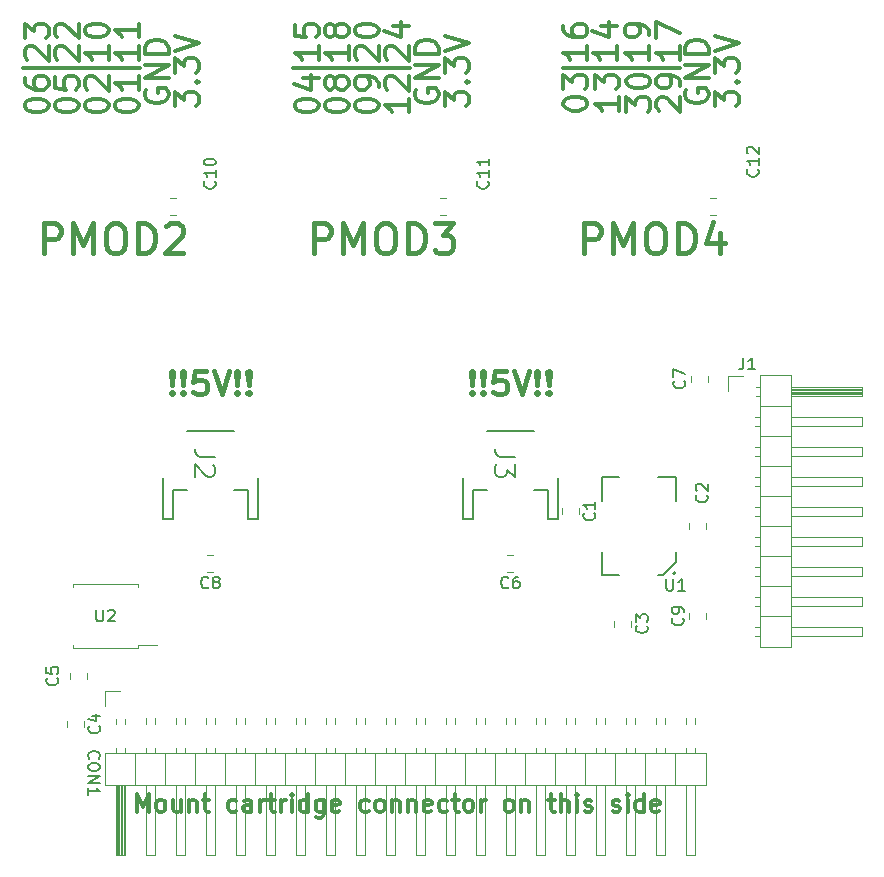
<source format=gbr>
G04 #@! TF.GenerationSoftware,KiCad,Pcbnew,5.1.4+dfsg1-1*
G04 #@! TF.CreationDate,2019-11-19T12:45:03-08:00*
G04 #@! TF.ProjectId,cartridge,63617274-7269-4646-9765-2e6b69636164,rev?*
G04 #@! TF.SameCoordinates,PX40311b0PY2227a70*
G04 #@! TF.FileFunction,Legend,Top*
G04 #@! TF.FilePolarity,Positive*
%FSLAX46Y46*%
G04 Gerber Fmt 4.6, Leading zero omitted, Abs format (unit mm)*
G04 Created by KiCad (PCBNEW 5.1.4+dfsg1-1) date 2019-11-19 12:45:03*
%MOMM*%
%LPD*%
G04 APERTURE LIST*
%ADD10C,0.400000*%
%ADD11C,0.300000*%
%ADD12C,0.150000*%
%ADD13C,0.200000*%
%ADD14C,0.203200*%
%ADD15C,0.120000*%
%ADD16C,0.168910*%
G04 APERTURE END LIST*
D10*
X39941904Y-31575285D02*
X40037142Y-31670523D01*
X39941904Y-31765761D01*
X39846666Y-31670523D01*
X39941904Y-31575285D01*
X39941904Y-31765761D01*
X39941904Y-31003857D02*
X39846666Y-29861000D01*
X39941904Y-29765761D01*
X40037142Y-29861000D01*
X39941904Y-31003857D01*
X39941904Y-29765761D01*
X40894285Y-31575285D02*
X40989523Y-31670523D01*
X40894285Y-31765761D01*
X40799047Y-31670523D01*
X40894285Y-31575285D01*
X40894285Y-31765761D01*
X40894285Y-31003857D02*
X40799047Y-29861000D01*
X40894285Y-29765761D01*
X40989523Y-29861000D01*
X40894285Y-31003857D01*
X40894285Y-29765761D01*
X42799047Y-29765761D02*
X41846666Y-29765761D01*
X41751428Y-30718142D01*
X41846666Y-30622904D01*
X42037142Y-30527666D01*
X42513333Y-30527666D01*
X42703809Y-30622904D01*
X42799047Y-30718142D01*
X42894285Y-30908619D01*
X42894285Y-31384809D01*
X42799047Y-31575285D01*
X42703809Y-31670523D01*
X42513333Y-31765761D01*
X42037142Y-31765761D01*
X41846666Y-31670523D01*
X41751428Y-31575285D01*
X43465714Y-29765761D02*
X44132380Y-31765761D01*
X44799047Y-29765761D01*
X45465714Y-31575285D02*
X45560952Y-31670523D01*
X45465714Y-31765761D01*
X45370476Y-31670523D01*
X45465714Y-31575285D01*
X45465714Y-31765761D01*
X45465714Y-31003857D02*
X45370476Y-29861000D01*
X45465714Y-29765761D01*
X45560952Y-29861000D01*
X45465714Y-31003857D01*
X45465714Y-29765761D01*
X46418095Y-31575285D02*
X46513333Y-31670523D01*
X46418095Y-31765761D01*
X46322857Y-31670523D01*
X46418095Y-31575285D01*
X46418095Y-31765761D01*
X46418095Y-31003857D02*
X46322857Y-29861000D01*
X46418095Y-29765761D01*
X46513333Y-29861000D01*
X46418095Y-31003857D01*
X46418095Y-29765761D01*
X14541904Y-31575285D02*
X14637142Y-31670523D01*
X14541904Y-31765761D01*
X14446666Y-31670523D01*
X14541904Y-31575285D01*
X14541904Y-31765761D01*
X14541904Y-31003857D02*
X14446666Y-29861000D01*
X14541904Y-29765761D01*
X14637142Y-29861000D01*
X14541904Y-31003857D01*
X14541904Y-29765761D01*
X15494285Y-31575285D02*
X15589523Y-31670523D01*
X15494285Y-31765761D01*
X15399047Y-31670523D01*
X15494285Y-31575285D01*
X15494285Y-31765761D01*
X15494285Y-31003857D02*
X15399047Y-29861000D01*
X15494285Y-29765761D01*
X15589523Y-29861000D01*
X15494285Y-31003857D01*
X15494285Y-29765761D01*
X17399047Y-29765761D02*
X16446666Y-29765761D01*
X16351428Y-30718142D01*
X16446666Y-30622904D01*
X16637142Y-30527666D01*
X17113333Y-30527666D01*
X17303809Y-30622904D01*
X17399047Y-30718142D01*
X17494285Y-30908619D01*
X17494285Y-31384809D01*
X17399047Y-31575285D01*
X17303809Y-31670523D01*
X17113333Y-31765761D01*
X16637142Y-31765761D01*
X16446666Y-31670523D01*
X16351428Y-31575285D01*
X18065714Y-29765761D02*
X18732380Y-31765761D01*
X19399047Y-29765761D01*
X20065714Y-31575285D02*
X20160952Y-31670523D01*
X20065714Y-31765761D01*
X19970476Y-31670523D01*
X20065714Y-31575285D01*
X20065714Y-31765761D01*
X20065714Y-31003857D02*
X19970476Y-29861000D01*
X20065714Y-29765761D01*
X20160952Y-29861000D01*
X20065714Y-31003857D01*
X20065714Y-29765761D01*
X21018095Y-31575285D02*
X21113333Y-31670523D01*
X21018095Y-31765761D01*
X20922857Y-31670523D01*
X21018095Y-31575285D01*
X21018095Y-31765761D01*
X21018095Y-31003857D02*
X20922857Y-29861000D01*
X21018095Y-29765761D01*
X21113333Y-29861000D01*
X21018095Y-31003857D01*
X21018095Y-29765761D01*
D11*
X11547857Y-67099571D02*
X11547857Y-65599571D01*
X12047857Y-66671000D01*
X12547857Y-65599571D01*
X12547857Y-67099571D01*
X13476428Y-67099571D02*
X13333571Y-67028142D01*
X13262142Y-66956714D01*
X13190714Y-66813857D01*
X13190714Y-66385285D01*
X13262142Y-66242428D01*
X13333571Y-66171000D01*
X13476428Y-66099571D01*
X13690714Y-66099571D01*
X13833571Y-66171000D01*
X13905000Y-66242428D01*
X13976428Y-66385285D01*
X13976428Y-66813857D01*
X13905000Y-66956714D01*
X13833571Y-67028142D01*
X13690714Y-67099571D01*
X13476428Y-67099571D01*
X15262142Y-66099571D02*
X15262142Y-67099571D01*
X14619285Y-66099571D02*
X14619285Y-66885285D01*
X14690714Y-67028142D01*
X14833571Y-67099571D01*
X15047857Y-67099571D01*
X15190714Y-67028142D01*
X15262142Y-66956714D01*
X15976428Y-66099571D02*
X15976428Y-67099571D01*
X15976428Y-66242428D02*
X16047857Y-66171000D01*
X16190714Y-66099571D01*
X16405000Y-66099571D01*
X16547857Y-66171000D01*
X16619285Y-66313857D01*
X16619285Y-67099571D01*
X17119285Y-66099571D02*
X17690714Y-66099571D01*
X17333571Y-65599571D02*
X17333571Y-66885285D01*
X17405000Y-67028142D01*
X17547857Y-67099571D01*
X17690714Y-67099571D01*
X19976428Y-67028142D02*
X19833571Y-67099571D01*
X19547857Y-67099571D01*
X19405000Y-67028142D01*
X19333571Y-66956714D01*
X19262142Y-66813857D01*
X19262142Y-66385285D01*
X19333571Y-66242428D01*
X19405000Y-66171000D01*
X19547857Y-66099571D01*
X19833571Y-66099571D01*
X19976428Y-66171000D01*
X21262142Y-67099571D02*
X21262142Y-66313857D01*
X21190714Y-66171000D01*
X21047857Y-66099571D01*
X20762142Y-66099571D01*
X20619285Y-66171000D01*
X21262142Y-67028142D02*
X21119285Y-67099571D01*
X20762142Y-67099571D01*
X20619285Y-67028142D01*
X20547857Y-66885285D01*
X20547857Y-66742428D01*
X20619285Y-66599571D01*
X20762142Y-66528142D01*
X21119285Y-66528142D01*
X21262142Y-66456714D01*
X21976428Y-67099571D02*
X21976428Y-66099571D01*
X21976428Y-66385285D02*
X22047857Y-66242428D01*
X22119285Y-66171000D01*
X22262142Y-66099571D01*
X22405000Y-66099571D01*
X22690714Y-66099571D02*
X23262142Y-66099571D01*
X22905000Y-65599571D02*
X22905000Y-66885285D01*
X22976428Y-67028142D01*
X23119285Y-67099571D01*
X23262142Y-67099571D01*
X23762142Y-67099571D02*
X23762142Y-66099571D01*
X23762142Y-66385285D02*
X23833571Y-66242428D01*
X23905000Y-66171000D01*
X24047857Y-66099571D01*
X24190714Y-66099571D01*
X24690714Y-67099571D02*
X24690714Y-66099571D01*
X24690714Y-65599571D02*
X24619285Y-65671000D01*
X24690714Y-65742428D01*
X24762142Y-65671000D01*
X24690714Y-65599571D01*
X24690714Y-65742428D01*
X26047857Y-67099571D02*
X26047857Y-65599571D01*
X26047857Y-67028142D02*
X25905000Y-67099571D01*
X25619285Y-67099571D01*
X25476428Y-67028142D01*
X25405000Y-66956714D01*
X25333571Y-66813857D01*
X25333571Y-66385285D01*
X25405000Y-66242428D01*
X25476428Y-66171000D01*
X25619285Y-66099571D01*
X25905000Y-66099571D01*
X26047857Y-66171000D01*
X27405000Y-66099571D02*
X27405000Y-67313857D01*
X27333571Y-67456714D01*
X27262142Y-67528142D01*
X27119285Y-67599571D01*
X26905000Y-67599571D01*
X26762142Y-67528142D01*
X27405000Y-67028142D02*
X27262142Y-67099571D01*
X26976428Y-67099571D01*
X26833571Y-67028142D01*
X26762142Y-66956714D01*
X26690714Y-66813857D01*
X26690714Y-66385285D01*
X26762142Y-66242428D01*
X26833571Y-66171000D01*
X26976428Y-66099571D01*
X27262142Y-66099571D01*
X27405000Y-66171000D01*
X28690714Y-67028142D02*
X28547857Y-67099571D01*
X28262142Y-67099571D01*
X28119285Y-67028142D01*
X28047857Y-66885285D01*
X28047857Y-66313857D01*
X28119285Y-66171000D01*
X28262142Y-66099571D01*
X28547857Y-66099571D01*
X28690714Y-66171000D01*
X28762142Y-66313857D01*
X28762142Y-66456714D01*
X28047857Y-66599571D01*
X31190714Y-67028142D02*
X31047857Y-67099571D01*
X30762142Y-67099571D01*
X30619285Y-67028142D01*
X30547857Y-66956714D01*
X30476428Y-66813857D01*
X30476428Y-66385285D01*
X30547857Y-66242428D01*
X30619285Y-66171000D01*
X30762142Y-66099571D01*
X31047857Y-66099571D01*
X31190714Y-66171000D01*
X32047857Y-67099571D02*
X31905000Y-67028142D01*
X31833571Y-66956714D01*
X31762142Y-66813857D01*
X31762142Y-66385285D01*
X31833571Y-66242428D01*
X31905000Y-66171000D01*
X32047857Y-66099571D01*
X32262142Y-66099571D01*
X32405000Y-66171000D01*
X32476428Y-66242428D01*
X32547857Y-66385285D01*
X32547857Y-66813857D01*
X32476428Y-66956714D01*
X32405000Y-67028142D01*
X32262142Y-67099571D01*
X32047857Y-67099571D01*
X33190714Y-66099571D02*
X33190714Y-67099571D01*
X33190714Y-66242428D02*
X33262142Y-66171000D01*
X33405000Y-66099571D01*
X33619285Y-66099571D01*
X33762142Y-66171000D01*
X33833571Y-66313857D01*
X33833571Y-67099571D01*
X34547857Y-66099571D02*
X34547857Y-67099571D01*
X34547857Y-66242428D02*
X34619285Y-66171000D01*
X34762142Y-66099571D01*
X34976428Y-66099571D01*
X35119285Y-66171000D01*
X35190714Y-66313857D01*
X35190714Y-67099571D01*
X36476428Y-67028142D02*
X36333571Y-67099571D01*
X36047857Y-67099571D01*
X35905000Y-67028142D01*
X35833571Y-66885285D01*
X35833571Y-66313857D01*
X35905000Y-66171000D01*
X36047857Y-66099571D01*
X36333571Y-66099571D01*
X36476428Y-66171000D01*
X36547857Y-66313857D01*
X36547857Y-66456714D01*
X35833571Y-66599571D01*
X37833571Y-67028142D02*
X37690714Y-67099571D01*
X37405000Y-67099571D01*
X37262142Y-67028142D01*
X37190714Y-66956714D01*
X37119285Y-66813857D01*
X37119285Y-66385285D01*
X37190714Y-66242428D01*
X37262142Y-66171000D01*
X37405000Y-66099571D01*
X37690714Y-66099571D01*
X37833571Y-66171000D01*
X38262142Y-66099571D02*
X38833571Y-66099571D01*
X38476428Y-65599571D02*
X38476428Y-66885285D01*
X38547857Y-67028142D01*
X38690714Y-67099571D01*
X38833571Y-67099571D01*
X39547857Y-67099571D02*
X39405000Y-67028142D01*
X39333571Y-66956714D01*
X39262142Y-66813857D01*
X39262142Y-66385285D01*
X39333571Y-66242428D01*
X39405000Y-66171000D01*
X39547857Y-66099571D01*
X39762142Y-66099571D01*
X39905000Y-66171000D01*
X39976428Y-66242428D01*
X40047857Y-66385285D01*
X40047857Y-66813857D01*
X39976428Y-66956714D01*
X39905000Y-67028142D01*
X39762142Y-67099571D01*
X39547857Y-67099571D01*
X40690714Y-67099571D02*
X40690714Y-66099571D01*
X40690714Y-66385285D02*
X40762142Y-66242428D01*
X40833571Y-66171000D01*
X40976428Y-66099571D01*
X41119285Y-66099571D01*
X42976428Y-67099571D02*
X42833571Y-67028142D01*
X42762142Y-66956714D01*
X42690714Y-66813857D01*
X42690714Y-66385285D01*
X42762142Y-66242428D01*
X42833571Y-66171000D01*
X42976428Y-66099571D01*
X43190714Y-66099571D01*
X43333571Y-66171000D01*
X43405000Y-66242428D01*
X43476428Y-66385285D01*
X43476428Y-66813857D01*
X43405000Y-66956714D01*
X43333571Y-67028142D01*
X43190714Y-67099571D01*
X42976428Y-67099571D01*
X44119285Y-66099571D02*
X44119285Y-67099571D01*
X44119285Y-66242428D02*
X44190714Y-66171000D01*
X44333571Y-66099571D01*
X44547857Y-66099571D01*
X44690714Y-66171000D01*
X44762142Y-66313857D01*
X44762142Y-67099571D01*
X46405000Y-66099571D02*
X46976428Y-66099571D01*
X46619285Y-65599571D02*
X46619285Y-66885285D01*
X46690714Y-67028142D01*
X46833571Y-67099571D01*
X46976428Y-67099571D01*
X47476428Y-67099571D02*
X47476428Y-65599571D01*
X48119285Y-67099571D02*
X48119285Y-66313857D01*
X48047857Y-66171000D01*
X47905000Y-66099571D01*
X47690714Y-66099571D01*
X47547857Y-66171000D01*
X47476428Y-66242428D01*
X48833571Y-67099571D02*
X48833571Y-66099571D01*
X48833571Y-65599571D02*
X48762142Y-65671000D01*
X48833571Y-65742428D01*
X48905000Y-65671000D01*
X48833571Y-65599571D01*
X48833571Y-65742428D01*
X49476428Y-67028142D02*
X49619285Y-67099571D01*
X49905000Y-67099571D01*
X50047857Y-67028142D01*
X50119285Y-66885285D01*
X50119285Y-66813857D01*
X50047857Y-66671000D01*
X49905000Y-66599571D01*
X49690714Y-66599571D01*
X49547857Y-66528142D01*
X49476428Y-66385285D01*
X49476428Y-66313857D01*
X49547857Y-66171000D01*
X49690714Y-66099571D01*
X49905000Y-66099571D01*
X50047857Y-66171000D01*
X51833571Y-67028142D02*
X51976428Y-67099571D01*
X52262142Y-67099571D01*
X52405000Y-67028142D01*
X52476428Y-66885285D01*
X52476428Y-66813857D01*
X52405000Y-66671000D01*
X52262142Y-66599571D01*
X52047857Y-66599571D01*
X51905000Y-66528142D01*
X51833571Y-66385285D01*
X51833571Y-66313857D01*
X51905000Y-66171000D01*
X52047857Y-66099571D01*
X52262142Y-66099571D01*
X52405000Y-66171000D01*
X53119285Y-67099571D02*
X53119285Y-66099571D01*
X53119285Y-65599571D02*
X53047857Y-65671000D01*
X53119285Y-65742428D01*
X53190714Y-65671000D01*
X53119285Y-65599571D01*
X53119285Y-65742428D01*
X54476428Y-67099571D02*
X54476428Y-65599571D01*
X54476428Y-67028142D02*
X54333571Y-67099571D01*
X54047857Y-67099571D01*
X53905000Y-67028142D01*
X53833571Y-66956714D01*
X53762142Y-66813857D01*
X53762142Y-66385285D01*
X53833571Y-66242428D01*
X53905000Y-66171000D01*
X54047857Y-66099571D01*
X54333571Y-66099571D01*
X54476428Y-66171000D01*
X55762142Y-67028142D02*
X55619285Y-67099571D01*
X55333571Y-67099571D01*
X55190714Y-67028142D01*
X55119285Y-66885285D01*
X55119285Y-66313857D01*
X55190714Y-66171000D01*
X55333571Y-66099571D01*
X55619285Y-66099571D01*
X55762142Y-66171000D01*
X55833571Y-66313857D01*
X55833571Y-66456714D01*
X55119285Y-66599571D01*
X57546761Y-2286952D02*
X57546761Y-3429809D01*
X57546761Y-2858380D02*
X55546761Y-2858380D01*
X55832476Y-3048857D01*
X56022952Y-3239333D01*
X56118190Y-3429809D01*
X55546761Y-1620285D02*
X55546761Y-286952D01*
X57546761Y-1144095D01*
X54879761Y-2286952D02*
X54879761Y-3429809D01*
X54879761Y-2858380D02*
X52879761Y-2858380D01*
X53165476Y-3048857D01*
X53355952Y-3239333D01*
X53451190Y-3429809D01*
X54879761Y-1334571D02*
X54879761Y-953619D01*
X54784523Y-763142D01*
X54689285Y-667904D01*
X54403571Y-477428D01*
X54022619Y-382190D01*
X53260714Y-382190D01*
X53070238Y-477428D01*
X52975000Y-572666D01*
X52879761Y-763142D01*
X52879761Y-1144095D01*
X52975000Y-1334571D01*
X53070238Y-1429809D01*
X53260714Y-1525047D01*
X53736904Y-1525047D01*
X53927380Y-1429809D01*
X54022619Y-1334571D01*
X54117857Y-1144095D01*
X54117857Y-763142D01*
X54022619Y-572666D01*
X53927380Y-477428D01*
X53736904Y-382190D01*
X52212761Y-2286952D02*
X52212761Y-3429809D01*
X52212761Y-2858380D02*
X50212761Y-2858380D01*
X50498476Y-3048857D01*
X50688952Y-3239333D01*
X50784190Y-3429809D01*
X50879428Y-572666D02*
X52212761Y-572666D01*
X50117523Y-1048857D02*
X51546095Y-1525047D01*
X51546095Y-286952D01*
X49672761Y-2286952D02*
X49672761Y-3429809D01*
X49672761Y-2858380D02*
X47672761Y-2858380D01*
X47958476Y-3048857D01*
X48148952Y-3239333D01*
X48244190Y-3429809D01*
X47672761Y-572666D02*
X47672761Y-953619D01*
X47768000Y-1144095D01*
X47863238Y-1239333D01*
X48148952Y-1429809D01*
X48529904Y-1525047D01*
X49291809Y-1525047D01*
X49482285Y-1429809D01*
X49577523Y-1334571D01*
X49672761Y-1144095D01*
X49672761Y-763142D01*
X49577523Y-572666D01*
X49482285Y-477428D01*
X49291809Y-382190D01*
X48815619Y-382190D01*
X48625142Y-477428D01*
X48529904Y-572666D01*
X48434666Y-763142D01*
X48434666Y-1144095D01*
X48529904Y-1334571D01*
X48625142Y-1429809D01*
X48815619Y-1525047D01*
X52339761Y-6604952D02*
X52339761Y-7747809D01*
X52339761Y-7176380D02*
X50339761Y-7176380D01*
X50625476Y-7366857D01*
X50815952Y-7557333D01*
X50911190Y-7747809D01*
X50339761Y-5938285D02*
X50339761Y-4700190D01*
X51101666Y-5366857D01*
X51101666Y-5081142D01*
X51196904Y-4890666D01*
X51292142Y-4795428D01*
X51482619Y-4700190D01*
X51958809Y-4700190D01*
X52149285Y-4795428D01*
X52244523Y-4890666D01*
X52339761Y-5081142D01*
X52339761Y-5652571D01*
X52244523Y-5843047D01*
X52149285Y-5938285D01*
X55737238Y-7747809D02*
X55642000Y-7652571D01*
X55546761Y-7462095D01*
X55546761Y-6985904D01*
X55642000Y-6795428D01*
X55737238Y-6700190D01*
X55927714Y-6604952D01*
X56118190Y-6604952D01*
X56403904Y-6700190D01*
X57546761Y-7843047D01*
X57546761Y-6604952D01*
X57546761Y-5652571D02*
X57546761Y-5271619D01*
X57451523Y-5081142D01*
X57356285Y-4985904D01*
X57070571Y-4795428D01*
X56689619Y-4700190D01*
X55927714Y-4700190D01*
X55737238Y-4795428D01*
X55642000Y-4890666D01*
X55546761Y-5081142D01*
X55546761Y-5462095D01*
X55642000Y-5652571D01*
X55737238Y-5747809D01*
X55927714Y-5843047D01*
X56403904Y-5843047D01*
X56594380Y-5747809D01*
X56689619Y-5652571D01*
X56784857Y-5462095D01*
X56784857Y-5081142D01*
X56689619Y-4890666D01*
X56594380Y-4795428D01*
X56403904Y-4700190D01*
X47672761Y-7271619D02*
X47672761Y-7081142D01*
X47768000Y-6890666D01*
X47863238Y-6795428D01*
X48053714Y-6700190D01*
X48434666Y-6604952D01*
X48910857Y-6604952D01*
X49291809Y-6700190D01*
X49482285Y-6795428D01*
X49577523Y-6890666D01*
X49672761Y-7081142D01*
X49672761Y-7271619D01*
X49577523Y-7462095D01*
X49482285Y-7557333D01*
X49291809Y-7652571D01*
X48910857Y-7747809D01*
X48434666Y-7747809D01*
X48053714Y-7652571D01*
X47863238Y-7557333D01*
X47768000Y-7462095D01*
X47672761Y-7271619D01*
X47672761Y-5938285D02*
X47672761Y-4700190D01*
X48434666Y-5366857D01*
X48434666Y-5081142D01*
X48529904Y-4890666D01*
X48625142Y-4795428D01*
X48815619Y-4700190D01*
X49291809Y-4700190D01*
X49482285Y-4795428D01*
X49577523Y-4890666D01*
X49672761Y-5081142D01*
X49672761Y-5652571D01*
X49577523Y-5843047D01*
X49482285Y-5938285D01*
X47625000Y-4128500D02*
X57531000Y-4128500D01*
X53006761Y-7843047D02*
X53006761Y-6604952D01*
X53768666Y-7271619D01*
X53768666Y-6985904D01*
X53863904Y-6795428D01*
X53959142Y-6700190D01*
X54149619Y-6604952D01*
X54625809Y-6604952D01*
X54816285Y-6700190D01*
X54911523Y-6795428D01*
X55006761Y-6985904D01*
X55006761Y-7557333D01*
X54911523Y-7747809D01*
X54816285Y-7843047D01*
X53006761Y-5366857D02*
X53006761Y-5176380D01*
X53102000Y-4985904D01*
X53197238Y-4890666D01*
X53387714Y-4795428D01*
X53768666Y-4700190D01*
X54244857Y-4700190D01*
X54625809Y-4795428D01*
X54816285Y-4890666D01*
X54911523Y-4985904D01*
X55006761Y-5176380D01*
X55006761Y-5366857D01*
X54911523Y-5557333D01*
X54816285Y-5652571D01*
X54625809Y-5747809D01*
X54244857Y-5843047D01*
X53768666Y-5843047D01*
X53387714Y-5747809D01*
X53197238Y-5652571D01*
X53102000Y-5557333D01*
X53006761Y-5366857D01*
X26939761Y-2286952D02*
X26939761Y-3429809D01*
X26939761Y-2858380D02*
X24939761Y-2858380D01*
X25225476Y-3048857D01*
X25415952Y-3239333D01*
X25511190Y-3429809D01*
X24939761Y-477428D02*
X24939761Y-1429809D01*
X25892142Y-1525047D01*
X25796904Y-1429809D01*
X25701666Y-1239333D01*
X25701666Y-763142D01*
X25796904Y-572666D01*
X25892142Y-477428D01*
X26082619Y-382190D01*
X26558809Y-382190D01*
X26749285Y-477428D01*
X26844523Y-572666D01*
X26939761Y-763142D01*
X26939761Y-1239333D01*
X26844523Y-1429809D01*
X26749285Y-1525047D01*
X29479761Y-2286952D02*
X29479761Y-3429809D01*
X29479761Y-2858380D02*
X27479761Y-2858380D01*
X27765476Y-3048857D01*
X27955952Y-3239333D01*
X28051190Y-3429809D01*
X28336904Y-1144095D02*
X28241666Y-1334571D01*
X28146428Y-1429809D01*
X27955952Y-1525047D01*
X27860714Y-1525047D01*
X27670238Y-1429809D01*
X27575000Y-1334571D01*
X27479761Y-1144095D01*
X27479761Y-763142D01*
X27575000Y-572666D01*
X27670238Y-477428D01*
X27860714Y-382190D01*
X27955952Y-382190D01*
X28146428Y-477428D01*
X28241666Y-572666D01*
X28336904Y-763142D01*
X28336904Y-1144095D01*
X28432142Y-1334571D01*
X28527380Y-1429809D01*
X28717857Y-1525047D01*
X29098809Y-1525047D01*
X29289285Y-1429809D01*
X29384523Y-1334571D01*
X29479761Y-1144095D01*
X29479761Y-763142D01*
X29384523Y-572666D01*
X29289285Y-477428D01*
X29098809Y-382190D01*
X28717857Y-382190D01*
X28527380Y-477428D01*
X28432142Y-572666D01*
X28336904Y-763142D01*
X30210238Y-3429809D02*
X30115000Y-3334571D01*
X30019761Y-3144095D01*
X30019761Y-2667904D01*
X30115000Y-2477428D01*
X30210238Y-2382190D01*
X30400714Y-2286952D01*
X30591190Y-2286952D01*
X30876904Y-2382190D01*
X32019761Y-3525047D01*
X32019761Y-2286952D01*
X30019761Y-1048857D02*
X30019761Y-858380D01*
X30115000Y-667904D01*
X30210238Y-572666D01*
X30400714Y-477428D01*
X30781666Y-382190D01*
X31257857Y-382190D01*
X31638809Y-477428D01*
X31829285Y-572666D01*
X31924523Y-667904D01*
X32019761Y-858380D01*
X32019761Y-1048857D01*
X31924523Y-1239333D01*
X31829285Y-1334571D01*
X31638809Y-1429809D01*
X31257857Y-1525047D01*
X30781666Y-1525047D01*
X30400714Y-1429809D01*
X30210238Y-1334571D01*
X30115000Y-1239333D01*
X30019761Y-1048857D01*
X32750238Y-3429809D02*
X32655000Y-3334571D01*
X32559761Y-3144095D01*
X32559761Y-2667904D01*
X32655000Y-2477428D01*
X32750238Y-2382190D01*
X32940714Y-2286952D01*
X33131190Y-2286952D01*
X33416904Y-2382190D01*
X34559761Y-3525047D01*
X34559761Y-2286952D01*
X33226428Y-572666D02*
X34559761Y-572666D01*
X32464523Y-1048857D02*
X33893095Y-1525047D01*
X33893095Y-286952D01*
X34559761Y-6731952D02*
X34559761Y-7874809D01*
X34559761Y-7303380D02*
X32559761Y-7303380D01*
X32845476Y-7493857D01*
X33035952Y-7684333D01*
X33131190Y-7874809D01*
X32750238Y-5970047D02*
X32655000Y-5874809D01*
X32559761Y-5684333D01*
X32559761Y-5208142D01*
X32655000Y-5017666D01*
X32750238Y-4922428D01*
X32940714Y-4827190D01*
X33131190Y-4827190D01*
X33416904Y-4922428D01*
X34559761Y-6065285D01*
X34559761Y-4827190D01*
X30019761Y-7398619D02*
X30019761Y-7208142D01*
X30115000Y-7017666D01*
X30210238Y-6922428D01*
X30400714Y-6827190D01*
X30781666Y-6731952D01*
X31257857Y-6731952D01*
X31638809Y-6827190D01*
X31829285Y-6922428D01*
X31924523Y-7017666D01*
X32019761Y-7208142D01*
X32019761Y-7398619D01*
X31924523Y-7589095D01*
X31829285Y-7684333D01*
X31638809Y-7779571D01*
X31257857Y-7874809D01*
X30781666Y-7874809D01*
X30400714Y-7779571D01*
X30210238Y-7684333D01*
X30115000Y-7589095D01*
X30019761Y-7398619D01*
X32019761Y-5779571D02*
X32019761Y-5398619D01*
X31924523Y-5208142D01*
X31829285Y-5112904D01*
X31543571Y-4922428D01*
X31162619Y-4827190D01*
X30400714Y-4827190D01*
X30210238Y-4922428D01*
X30115000Y-5017666D01*
X30019761Y-5208142D01*
X30019761Y-5589095D01*
X30115000Y-5779571D01*
X30210238Y-5874809D01*
X30400714Y-5970047D01*
X30876904Y-5970047D01*
X31067380Y-5874809D01*
X31162619Y-5779571D01*
X31257857Y-5589095D01*
X31257857Y-5208142D01*
X31162619Y-5017666D01*
X31067380Y-4922428D01*
X30876904Y-4827190D01*
X24765000Y-4128500D02*
X34671000Y-4128500D01*
X24939761Y-7398619D02*
X24939761Y-7208142D01*
X25035000Y-7017666D01*
X25130238Y-6922428D01*
X25320714Y-6827190D01*
X25701666Y-6731952D01*
X26177857Y-6731952D01*
X26558809Y-6827190D01*
X26749285Y-6922428D01*
X26844523Y-7017666D01*
X26939761Y-7208142D01*
X26939761Y-7398619D01*
X26844523Y-7589095D01*
X26749285Y-7684333D01*
X26558809Y-7779571D01*
X26177857Y-7874809D01*
X25701666Y-7874809D01*
X25320714Y-7779571D01*
X25130238Y-7684333D01*
X25035000Y-7589095D01*
X24939761Y-7398619D01*
X25606428Y-5017666D02*
X26939761Y-5017666D01*
X24844523Y-5493857D02*
X26273095Y-5970047D01*
X26273095Y-4731952D01*
X27479761Y-7398619D02*
X27479761Y-7208142D01*
X27575000Y-7017666D01*
X27670238Y-6922428D01*
X27860714Y-6827190D01*
X28241666Y-6731952D01*
X28717857Y-6731952D01*
X29098809Y-6827190D01*
X29289285Y-6922428D01*
X29384523Y-7017666D01*
X29479761Y-7208142D01*
X29479761Y-7398619D01*
X29384523Y-7589095D01*
X29289285Y-7684333D01*
X29098809Y-7779571D01*
X28717857Y-7874809D01*
X28241666Y-7874809D01*
X27860714Y-7779571D01*
X27670238Y-7684333D01*
X27575000Y-7589095D01*
X27479761Y-7398619D01*
X28336904Y-5589095D02*
X28241666Y-5779571D01*
X28146428Y-5874809D01*
X27955952Y-5970047D01*
X27860714Y-5970047D01*
X27670238Y-5874809D01*
X27575000Y-5779571D01*
X27479761Y-5589095D01*
X27479761Y-5208142D01*
X27575000Y-5017666D01*
X27670238Y-4922428D01*
X27860714Y-4827190D01*
X27955952Y-4827190D01*
X28146428Y-4922428D01*
X28241666Y-5017666D01*
X28336904Y-5208142D01*
X28336904Y-5589095D01*
X28432142Y-5779571D01*
X28527380Y-5874809D01*
X28717857Y-5970047D01*
X29098809Y-5970047D01*
X29289285Y-5874809D01*
X29384523Y-5779571D01*
X29479761Y-5589095D01*
X29479761Y-5208142D01*
X29384523Y-5017666D01*
X29289285Y-4922428D01*
X29098809Y-4827190D01*
X28717857Y-4827190D01*
X28527380Y-4922428D01*
X28432142Y-5017666D01*
X28336904Y-5208142D01*
X1905000Y-4128500D02*
X11811000Y-4128500D01*
X58055000Y-5969809D02*
X57959761Y-6160285D01*
X57959761Y-6446000D01*
X58055000Y-6731714D01*
X58245476Y-6922190D01*
X58435952Y-7017428D01*
X58816904Y-7112666D01*
X59102619Y-7112666D01*
X59483571Y-7017428D01*
X59674047Y-6922190D01*
X59864523Y-6731714D01*
X59959761Y-6446000D01*
X59959761Y-6255523D01*
X59864523Y-5969809D01*
X59769285Y-5874571D01*
X59102619Y-5874571D01*
X59102619Y-6255523D01*
X59959761Y-5017428D02*
X57959761Y-5017428D01*
X59959761Y-3874571D01*
X57959761Y-3874571D01*
X59959761Y-2922190D02*
X57959761Y-2922190D01*
X57959761Y-2446000D01*
X58055000Y-2160285D01*
X58245476Y-1969809D01*
X58435952Y-1874571D01*
X58816904Y-1779333D01*
X59102619Y-1779333D01*
X59483571Y-1874571D01*
X59674047Y-1969809D01*
X59864523Y-2160285D01*
X59959761Y-2446000D01*
X59959761Y-2922190D01*
X35195000Y-5969809D02*
X35099761Y-6160285D01*
X35099761Y-6446000D01*
X35195000Y-6731714D01*
X35385476Y-6922190D01*
X35575952Y-7017428D01*
X35956904Y-7112666D01*
X36242619Y-7112666D01*
X36623571Y-7017428D01*
X36814047Y-6922190D01*
X37004523Y-6731714D01*
X37099761Y-6446000D01*
X37099761Y-6255523D01*
X37004523Y-5969809D01*
X36909285Y-5874571D01*
X36242619Y-5874571D01*
X36242619Y-6255523D01*
X37099761Y-5017428D02*
X35099761Y-5017428D01*
X37099761Y-3874571D01*
X35099761Y-3874571D01*
X37099761Y-2922190D02*
X35099761Y-2922190D01*
X35099761Y-2446000D01*
X35195000Y-2160285D01*
X35385476Y-1969809D01*
X35575952Y-1874571D01*
X35956904Y-1779333D01*
X36242619Y-1779333D01*
X36623571Y-1874571D01*
X36814047Y-1969809D01*
X37004523Y-2160285D01*
X37099761Y-2446000D01*
X37099761Y-2922190D01*
X60499761Y-7398380D02*
X60499761Y-6160285D01*
X61261666Y-6826952D01*
X61261666Y-6541238D01*
X61356904Y-6350761D01*
X61452142Y-6255523D01*
X61642619Y-6160285D01*
X62118809Y-6160285D01*
X62309285Y-6255523D01*
X62404523Y-6350761D01*
X62499761Y-6541238D01*
X62499761Y-7112666D01*
X62404523Y-7303142D01*
X62309285Y-7398380D01*
X62309285Y-5303142D02*
X62404523Y-5207904D01*
X62499761Y-5303142D01*
X62404523Y-5398380D01*
X62309285Y-5303142D01*
X62499761Y-5303142D01*
X60499761Y-4541238D02*
X60499761Y-3303142D01*
X61261666Y-3969809D01*
X61261666Y-3684095D01*
X61356904Y-3493619D01*
X61452142Y-3398380D01*
X61642619Y-3303142D01*
X62118809Y-3303142D01*
X62309285Y-3398380D01*
X62404523Y-3493619D01*
X62499761Y-3684095D01*
X62499761Y-4255523D01*
X62404523Y-4446000D01*
X62309285Y-4541238D01*
X60499761Y-2731714D02*
X62499761Y-2065047D01*
X60499761Y-1398380D01*
X37639761Y-7398380D02*
X37639761Y-6160285D01*
X38401666Y-6826952D01*
X38401666Y-6541238D01*
X38496904Y-6350761D01*
X38592142Y-6255523D01*
X38782619Y-6160285D01*
X39258809Y-6160285D01*
X39449285Y-6255523D01*
X39544523Y-6350761D01*
X39639761Y-6541238D01*
X39639761Y-7112666D01*
X39544523Y-7303142D01*
X39449285Y-7398380D01*
X39449285Y-5303142D02*
X39544523Y-5207904D01*
X39639761Y-5303142D01*
X39544523Y-5398380D01*
X39449285Y-5303142D01*
X39639761Y-5303142D01*
X37639761Y-4541238D02*
X37639761Y-3303142D01*
X38401666Y-3969809D01*
X38401666Y-3684095D01*
X38496904Y-3493619D01*
X38592142Y-3398380D01*
X38782619Y-3303142D01*
X39258809Y-3303142D01*
X39449285Y-3398380D01*
X39544523Y-3493619D01*
X39639761Y-3684095D01*
X39639761Y-4255523D01*
X39544523Y-4446000D01*
X39449285Y-4541238D01*
X37639761Y-2731714D02*
X39639761Y-2065047D01*
X37639761Y-1398380D01*
X14779761Y-7398380D02*
X14779761Y-6160285D01*
X15541666Y-6826952D01*
X15541666Y-6541238D01*
X15636904Y-6350761D01*
X15732142Y-6255523D01*
X15922619Y-6160285D01*
X16398809Y-6160285D01*
X16589285Y-6255523D01*
X16684523Y-6350761D01*
X16779761Y-6541238D01*
X16779761Y-7112666D01*
X16684523Y-7303142D01*
X16589285Y-7398380D01*
X16589285Y-5303142D02*
X16684523Y-5207904D01*
X16779761Y-5303142D01*
X16684523Y-5398380D01*
X16589285Y-5303142D01*
X16779761Y-5303142D01*
X14779761Y-4541238D02*
X14779761Y-3303142D01*
X15541666Y-3969809D01*
X15541666Y-3684095D01*
X15636904Y-3493619D01*
X15732142Y-3398380D01*
X15922619Y-3303142D01*
X16398809Y-3303142D01*
X16589285Y-3398380D01*
X16684523Y-3493619D01*
X16779761Y-3684095D01*
X16779761Y-4255523D01*
X16684523Y-4446000D01*
X16589285Y-4541238D01*
X14779761Y-2731714D02*
X16779761Y-2065047D01*
X14779761Y-1398380D01*
X12335000Y-5969809D02*
X12239761Y-6160285D01*
X12239761Y-6446000D01*
X12335000Y-6731714D01*
X12525476Y-6922190D01*
X12715952Y-7017428D01*
X13096904Y-7112666D01*
X13382619Y-7112666D01*
X13763571Y-7017428D01*
X13954047Y-6922190D01*
X14144523Y-6731714D01*
X14239761Y-6446000D01*
X14239761Y-6255523D01*
X14144523Y-5969809D01*
X14049285Y-5874571D01*
X13382619Y-5874571D01*
X13382619Y-6255523D01*
X14239761Y-5017428D02*
X12239761Y-5017428D01*
X14239761Y-3874571D01*
X12239761Y-3874571D01*
X14239761Y-2922190D02*
X12239761Y-2922190D01*
X12239761Y-2446000D01*
X12335000Y-2160285D01*
X12525476Y-1969809D01*
X12715952Y-1874571D01*
X13096904Y-1779333D01*
X13382619Y-1779333D01*
X13763571Y-1874571D01*
X13954047Y-1969809D01*
X14144523Y-2160285D01*
X14239761Y-2446000D01*
X14239761Y-2922190D01*
X11699761Y-2286952D02*
X11699761Y-3429809D01*
X11699761Y-2858380D02*
X9699761Y-2858380D01*
X9985476Y-3048857D01*
X10175952Y-3239333D01*
X10271190Y-3429809D01*
X11699761Y-382190D02*
X11699761Y-1525047D01*
X11699761Y-953619D02*
X9699761Y-953619D01*
X9985476Y-1144095D01*
X10175952Y-1334571D01*
X10271190Y-1525047D01*
X9159761Y-2286952D02*
X9159761Y-3429809D01*
X9159761Y-2858380D02*
X7159761Y-2858380D01*
X7445476Y-3048857D01*
X7635952Y-3239333D01*
X7731190Y-3429809D01*
X7159761Y-1048857D02*
X7159761Y-858380D01*
X7255000Y-667904D01*
X7350238Y-572666D01*
X7540714Y-477428D01*
X7921666Y-382190D01*
X8397857Y-382190D01*
X8778809Y-477428D01*
X8969285Y-572666D01*
X9064523Y-667904D01*
X9159761Y-858380D01*
X9159761Y-1048857D01*
X9064523Y-1239333D01*
X8969285Y-1334571D01*
X8778809Y-1429809D01*
X8397857Y-1525047D01*
X7921666Y-1525047D01*
X7540714Y-1429809D01*
X7350238Y-1334571D01*
X7255000Y-1239333D01*
X7159761Y-1048857D01*
X4810238Y-3429809D02*
X4715000Y-3334571D01*
X4619761Y-3144095D01*
X4619761Y-2667904D01*
X4715000Y-2477428D01*
X4810238Y-2382190D01*
X5000714Y-2286952D01*
X5191190Y-2286952D01*
X5476904Y-2382190D01*
X6619761Y-3525047D01*
X6619761Y-2286952D01*
X4810238Y-1525047D02*
X4715000Y-1429809D01*
X4619761Y-1239333D01*
X4619761Y-763142D01*
X4715000Y-572666D01*
X4810238Y-477428D01*
X5000714Y-382190D01*
X5191190Y-382190D01*
X5476904Y-477428D01*
X6619761Y-1620285D01*
X6619761Y-382190D01*
X2270238Y-3429809D02*
X2175000Y-3334571D01*
X2079761Y-3144095D01*
X2079761Y-2667904D01*
X2175000Y-2477428D01*
X2270238Y-2382190D01*
X2460714Y-2286952D01*
X2651190Y-2286952D01*
X2936904Y-2382190D01*
X4079761Y-3525047D01*
X4079761Y-2286952D01*
X2079761Y-1620285D02*
X2079761Y-382190D01*
X2841666Y-1048857D01*
X2841666Y-763142D01*
X2936904Y-572666D01*
X3032142Y-477428D01*
X3222619Y-382190D01*
X3698809Y-382190D01*
X3889285Y-477428D01*
X3984523Y-572666D01*
X4079761Y-763142D01*
X4079761Y-1334571D01*
X3984523Y-1525047D01*
X3889285Y-1620285D01*
X9699761Y-7398619D02*
X9699761Y-7208142D01*
X9795000Y-7017666D01*
X9890238Y-6922428D01*
X10080714Y-6827190D01*
X10461666Y-6731952D01*
X10937857Y-6731952D01*
X11318809Y-6827190D01*
X11509285Y-6922428D01*
X11604523Y-7017666D01*
X11699761Y-7208142D01*
X11699761Y-7398619D01*
X11604523Y-7589095D01*
X11509285Y-7684333D01*
X11318809Y-7779571D01*
X10937857Y-7874809D01*
X10461666Y-7874809D01*
X10080714Y-7779571D01*
X9890238Y-7684333D01*
X9795000Y-7589095D01*
X9699761Y-7398619D01*
X11699761Y-4827190D02*
X11699761Y-5970047D01*
X11699761Y-5398619D02*
X9699761Y-5398619D01*
X9985476Y-5589095D01*
X10175952Y-5779571D01*
X10271190Y-5970047D01*
X7159761Y-7398619D02*
X7159761Y-7208142D01*
X7255000Y-7017666D01*
X7350238Y-6922428D01*
X7540714Y-6827190D01*
X7921666Y-6731952D01*
X8397857Y-6731952D01*
X8778809Y-6827190D01*
X8969285Y-6922428D01*
X9064523Y-7017666D01*
X9159761Y-7208142D01*
X9159761Y-7398619D01*
X9064523Y-7589095D01*
X8969285Y-7684333D01*
X8778809Y-7779571D01*
X8397857Y-7874809D01*
X7921666Y-7874809D01*
X7540714Y-7779571D01*
X7350238Y-7684333D01*
X7255000Y-7589095D01*
X7159761Y-7398619D01*
X7350238Y-5970047D02*
X7255000Y-5874809D01*
X7159761Y-5684333D01*
X7159761Y-5208142D01*
X7255000Y-5017666D01*
X7350238Y-4922428D01*
X7540714Y-4827190D01*
X7731190Y-4827190D01*
X8016904Y-4922428D01*
X9159761Y-6065285D01*
X9159761Y-4827190D01*
X4619761Y-7398619D02*
X4619761Y-7208142D01*
X4715000Y-7017666D01*
X4810238Y-6922428D01*
X5000714Y-6827190D01*
X5381666Y-6731952D01*
X5857857Y-6731952D01*
X6238809Y-6827190D01*
X6429285Y-6922428D01*
X6524523Y-7017666D01*
X6619761Y-7208142D01*
X6619761Y-7398619D01*
X6524523Y-7589095D01*
X6429285Y-7684333D01*
X6238809Y-7779571D01*
X5857857Y-7874809D01*
X5381666Y-7874809D01*
X5000714Y-7779571D01*
X4810238Y-7684333D01*
X4715000Y-7589095D01*
X4619761Y-7398619D01*
X4619761Y-4922428D02*
X4619761Y-5874809D01*
X5572142Y-5970047D01*
X5476904Y-5874809D01*
X5381666Y-5684333D01*
X5381666Y-5208142D01*
X5476904Y-5017666D01*
X5572142Y-4922428D01*
X5762619Y-4827190D01*
X6238809Y-4827190D01*
X6429285Y-4922428D01*
X6524523Y-5017666D01*
X6619761Y-5208142D01*
X6619761Y-5684333D01*
X6524523Y-5874809D01*
X6429285Y-5970047D01*
X2079761Y-7398619D02*
X2079761Y-7208142D01*
X2175000Y-7017666D01*
X2270238Y-6922428D01*
X2460714Y-6827190D01*
X2841666Y-6731952D01*
X3317857Y-6731952D01*
X3698809Y-6827190D01*
X3889285Y-6922428D01*
X3984523Y-7017666D01*
X4079761Y-7208142D01*
X4079761Y-7398619D01*
X3984523Y-7589095D01*
X3889285Y-7684333D01*
X3698809Y-7779571D01*
X3317857Y-7874809D01*
X2841666Y-7874809D01*
X2460714Y-7779571D01*
X2270238Y-7684333D01*
X2175000Y-7589095D01*
X2079761Y-7398619D01*
X2079761Y-5017666D02*
X2079761Y-5398619D01*
X2175000Y-5589095D01*
X2270238Y-5684333D01*
X2555952Y-5874809D01*
X2936904Y-5970047D01*
X3698809Y-5970047D01*
X3889285Y-5874809D01*
X3984523Y-5779571D01*
X4079761Y-5589095D01*
X4079761Y-5208142D01*
X3984523Y-5017666D01*
X3889285Y-4922428D01*
X3698809Y-4827190D01*
X3222619Y-4827190D01*
X3032142Y-4922428D01*
X2936904Y-5017666D01*
X2841666Y-5208142D01*
X2841666Y-5589095D01*
X2936904Y-5779571D01*
X3032142Y-5874809D01*
X3222619Y-5970047D01*
D12*
X52420000Y-47076000D02*
X50920000Y-47076000D01*
X50920000Y-47076000D02*
X50920000Y-45076000D01*
X52420000Y-47076000D02*
X50920000Y-47076000D01*
X50920000Y-47076000D02*
X50920000Y-45076000D01*
X52420000Y-38776000D02*
X50920000Y-38776000D01*
X50920000Y-38776000D02*
X50920000Y-40776000D01*
X52420000Y-47076000D02*
X50920000Y-47076000D01*
X50920000Y-47076000D02*
X50920000Y-45076000D01*
X55720000Y-38776000D02*
X57220000Y-38776000D01*
X57220000Y-38776000D02*
X57220000Y-40776000D01*
X55720000Y-47076000D02*
X56070000Y-47076000D01*
X56070000Y-47076000D02*
X57220000Y-45926000D01*
X57220000Y-45926000D02*
X57220000Y-45076000D01*
D13*
X57170000Y-46926000D02*
G75*
G03X57170000Y-46926000I-100000J0D01*
G01*
D14*
X45180000Y-34846000D02*
X41180000Y-34846000D01*
X47180000Y-42346000D02*
X47180000Y-38846000D01*
X46380000Y-42346000D02*
X47180000Y-42346000D01*
X46380000Y-39846000D02*
X46380000Y-42346000D01*
X45180000Y-39846000D02*
X46380000Y-39846000D01*
X39980000Y-39846000D02*
X41180000Y-39846000D01*
X39980000Y-42346000D02*
X39980000Y-39846000D01*
X39180000Y-42346000D02*
X39980000Y-42346000D01*
X39180000Y-38846000D02*
X39180000Y-42346000D01*
X19780000Y-34846000D02*
X15780000Y-34846000D01*
X21780000Y-42346000D02*
X21780000Y-38846000D01*
X20980000Y-42346000D02*
X21780000Y-42346000D01*
X20980000Y-39846000D02*
X20980000Y-42346000D01*
X19780000Y-39846000D02*
X20980000Y-39846000D01*
X14580000Y-39846000D02*
X15780000Y-39846000D01*
X14580000Y-42346000D02*
X14580000Y-39846000D01*
X13780000Y-42346000D02*
X14580000Y-42346000D01*
X13780000Y-38846000D02*
X13780000Y-42346000D01*
D15*
X61595000Y-30226000D02*
X62865000Y-30226000D01*
X61595000Y-31496000D02*
X61595000Y-30226000D01*
X63907929Y-52196000D02*
X64305000Y-52196000D01*
X63907929Y-51436000D02*
X64305000Y-51436000D01*
X72965000Y-52196000D02*
X66965000Y-52196000D01*
X72965000Y-51436000D02*
X72965000Y-52196000D01*
X66965000Y-51436000D02*
X72965000Y-51436000D01*
X64305000Y-50546000D02*
X66965000Y-50546000D01*
X63907929Y-49656000D02*
X64305000Y-49656000D01*
X63907929Y-48896000D02*
X64305000Y-48896000D01*
X72965000Y-49656000D02*
X66965000Y-49656000D01*
X72965000Y-48896000D02*
X72965000Y-49656000D01*
X66965000Y-48896000D02*
X72965000Y-48896000D01*
X64305000Y-48006000D02*
X66965000Y-48006000D01*
X63907929Y-47116000D02*
X64305000Y-47116000D01*
X63907929Y-46356000D02*
X64305000Y-46356000D01*
X72965000Y-47116000D02*
X66965000Y-47116000D01*
X72965000Y-46356000D02*
X72965000Y-47116000D01*
X66965000Y-46356000D02*
X72965000Y-46356000D01*
X64305000Y-45466000D02*
X66965000Y-45466000D01*
X63907929Y-44576000D02*
X64305000Y-44576000D01*
X63907929Y-43816000D02*
X64305000Y-43816000D01*
X72965000Y-44576000D02*
X66965000Y-44576000D01*
X72965000Y-43816000D02*
X72965000Y-44576000D01*
X66965000Y-43816000D02*
X72965000Y-43816000D01*
X64305000Y-42926000D02*
X66965000Y-42926000D01*
X63907929Y-42036000D02*
X64305000Y-42036000D01*
X63907929Y-41276000D02*
X64305000Y-41276000D01*
X72965000Y-42036000D02*
X66965000Y-42036000D01*
X72965000Y-41276000D02*
X72965000Y-42036000D01*
X66965000Y-41276000D02*
X72965000Y-41276000D01*
X64305000Y-40386000D02*
X66965000Y-40386000D01*
X63907929Y-39496000D02*
X64305000Y-39496000D01*
X63907929Y-38736000D02*
X64305000Y-38736000D01*
X72965000Y-39496000D02*
X66965000Y-39496000D01*
X72965000Y-38736000D02*
X72965000Y-39496000D01*
X66965000Y-38736000D02*
X72965000Y-38736000D01*
X64305000Y-37846000D02*
X66965000Y-37846000D01*
X63907929Y-36956000D02*
X64305000Y-36956000D01*
X63907929Y-36196000D02*
X64305000Y-36196000D01*
X72965000Y-36956000D02*
X66965000Y-36956000D01*
X72965000Y-36196000D02*
X72965000Y-36956000D01*
X66965000Y-36196000D02*
X72965000Y-36196000D01*
X64305000Y-35306000D02*
X66965000Y-35306000D01*
X63907929Y-34416000D02*
X64305000Y-34416000D01*
X63907929Y-33656000D02*
X64305000Y-33656000D01*
X72965000Y-34416000D02*
X66965000Y-34416000D01*
X72965000Y-33656000D02*
X72965000Y-34416000D01*
X66965000Y-33656000D02*
X72965000Y-33656000D01*
X64305000Y-32766000D02*
X66965000Y-32766000D01*
X63975000Y-31876000D02*
X64305000Y-31876000D01*
X63975000Y-31116000D02*
X64305000Y-31116000D01*
X66965000Y-31776000D02*
X72965000Y-31776000D01*
X66965000Y-31656000D02*
X72965000Y-31656000D01*
X66965000Y-31536000D02*
X72965000Y-31536000D01*
X66965000Y-31416000D02*
X72965000Y-31416000D01*
X66965000Y-31296000D02*
X72965000Y-31296000D01*
X66965000Y-31176000D02*
X72965000Y-31176000D01*
X72965000Y-31876000D02*
X66965000Y-31876000D01*
X72965000Y-31116000D02*
X72965000Y-31876000D01*
X66965000Y-31116000D02*
X72965000Y-31116000D01*
X66965000Y-30166000D02*
X64305000Y-30166000D01*
X66965000Y-53146000D02*
X66965000Y-30166000D01*
X64305000Y-53146000D02*
X66965000Y-53146000D01*
X64305000Y-30166000D02*
X64305000Y-53146000D01*
X18041252Y-45391000D02*
X17518748Y-45391000D01*
X18041252Y-46811000D02*
X17518748Y-46811000D01*
X43441252Y-45391000D02*
X42918748Y-45391000D01*
X43441252Y-46811000D02*
X42918748Y-46811000D01*
X59765000Y-50807252D02*
X59765000Y-50284748D01*
X58345000Y-50807252D02*
X58345000Y-50284748D01*
X59892000Y-30741252D02*
X59892000Y-30218748D01*
X58472000Y-30741252D02*
X58472000Y-30218748D01*
X8830000Y-62146000D02*
X59750000Y-62146000D01*
X59750000Y-62146000D02*
X59750000Y-64806000D01*
X59750000Y-64806000D02*
X8830000Y-64806000D01*
X8830000Y-64806000D02*
X8830000Y-62146000D01*
X9780000Y-64806000D02*
X9780000Y-70806000D01*
X9780000Y-70806000D02*
X10540000Y-70806000D01*
X10540000Y-70806000D02*
X10540000Y-64806000D01*
X9840000Y-64806000D02*
X9840000Y-70806000D01*
X9960000Y-64806000D02*
X9960000Y-70806000D01*
X10080000Y-64806000D02*
X10080000Y-70806000D01*
X10200000Y-64806000D02*
X10200000Y-70806000D01*
X10320000Y-64806000D02*
X10320000Y-70806000D01*
X10440000Y-64806000D02*
X10440000Y-70806000D01*
X9780000Y-61748929D02*
X9780000Y-62146000D01*
X10540000Y-61748929D02*
X10540000Y-62146000D01*
X9780000Y-59276000D02*
X9780000Y-59663071D01*
X10540000Y-59276000D02*
X10540000Y-59663071D01*
X11430000Y-62146000D02*
X11430000Y-64806000D01*
X12320000Y-64806000D02*
X12320000Y-70806000D01*
X12320000Y-70806000D02*
X13080000Y-70806000D01*
X13080000Y-70806000D02*
X13080000Y-64806000D01*
X12320000Y-61748929D02*
X12320000Y-62146000D01*
X13080000Y-61748929D02*
X13080000Y-62146000D01*
X12320000Y-59208929D02*
X12320000Y-59663071D01*
X13080000Y-59208929D02*
X13080000Y-59663071D01*
X13970000Y-62146000D02*
X13970000Y-64806000D01*
X14860000Y-64806000D02*
X14860000Y-70806000D01*
X14860000Y-70806000D02*
X15620000Y-70806000D01*
X15620000Y-70806000D02*
X15620000Y-64806000D01*
X14860000Y-61748929D02*
X14860000Y-62146000D01*
X15620000Y-61748929D02*
X15620000Y-62146000D01*
X14860000Y-59208929D02*
X14860000Y-59663071D01*
X15620000Y-59208929D02*
X15620000Y-59663071D01*
X16510000Y-62146000D02*
X16510000Y-64806000D01*
X17400000Y-64806000D02*
X17400000Y-70806000D01*
X17400000Y-70806000D02*
X18160000Y-70806000D01*
X18160000Y-70806000D02*
X18160000Y-64806000D01*
X17400000Y-61748929D02*
X17400000Y-62146000D01*
X18160000Y-61748929D02*
X18160000Y-62146000D01*
X17400000Y-59208929D02*
X17400000Y-59663071D01*
X18160000Y-59208929D02*
X18160000Y-59663071D01*
X19050000Y-62146000D02*
X19050000Y-64806000D01*
X19940000Y-64806000D02*
X19940000Y-70806000D01*
X19940000Y-70806000D02*
X20700000Y-70806000D01*
X20700000Y-70806000D02*
X20700000Y-64806000D01*
X19940000Y-61748929D02*
X19940000Y-62146000D01*
X20700000Y-61748929D02*
X20700000Y-62146000D01*
X19940000Y-59208929D02*
X19940000Y-59663071D01*
X20700000Y-59208929D02*
X20700000Y-59663071D01*
X21590000Y-62146000D02*
X21590000Y-64806000D01*
X22480000Y-64806000D02*
X22480000Y-70806000D01*
X22480000Y-70806000D02*
X23240000Y-70806000D01*
X23240000Y-70806000D02*
X23240000Y-64806000D01*
X22480000Y-61748929D02*
X22480000Y-62146000D01*
X23240000Y-61748929D02*
X23240000Y-62146000D01*
X22480000Y-59208929D02*
X22480000Y-59663071D01*
X23240000Y-59208929D02*
X23240000Y-59663071D01*
X24130000Y-62146000D02*
X24130000Y-64806000D01*
X25020000Y-64806000D02*
X25020000Y-70806000D01*
X25020000Y-70806000D02*
X25780000Y-70806000D01*
X25780000Y-70806000D02*
X25780000Y-64806000D01*
X25020000Y-61748929D02*
X25020000Y-62146000D01*
X25780000Y-61748929D02*
X25780000Y-62146000D01*
X25020000Y-59208929D02*
X25020000Y-59663071D01*
X25780000Y-59208929D02*
X25780000Y-59663071D01*
X26670000Y-62146000D02*
X26670000Y-64806000D01*
X27560000Y-64806000D02*
X27560000Y-70806000D01*
X27560000Y-70806000D02*
X28320000Y-70806000D01*
X28320000Y-70806000D02*
X28320000Y-64806000D01*
X27560000Y-61748929D02*
X27560000Y-62146000D01*
X28320000Y-61748929D02*
X28320000Y-62146000D01*
X27560000Y-59208929D02*
X27560000Y-59663071D01*
X28320000Y-59208929D02*
X28320000Y-59663071D01*
X29210000Y-62146000D02*
X29210000Y-64806000D01*
X30100000Y-64806000D02*
X30100000Y-70806000D01*
X30100000Y-70806000D02*
X30860000Y-70806000D01*
X30860000Y-70806000D02*
X30860000Y-64806000D01*
X30100000Y-61748929D02*
X30100000Y-62146000D01*
X30860000Y-61748929D02*
X30860000Y-62146000D01*
X30100000Y-59208929D02*
X30100000Y-59663071D01*
X30860000Y-59208929D02*
X30860000Y-59663071D01*
X31750000Y-62146000D02*
X31750000Y-64806000D01*
X32640000Y-64806000D02*
X32640000Y-70806000D01*
X32640000Y-70806000D02*
X33400000Y-70806000D01*
X33400000Y-70806000D02*
X33400000Y-64806000D01*
X32640000Y-61748929D02*
X32640000Y-62146000D01*
X33400000Y-61748929D02*
X33400000Y-62146000D01*
X32640000Y-59208929D02*
X32640000Y-59663071D01*
X33400000Y-59208929D02*
X33400000Y-59663071D01*
X34290000Y-62146000D02*
X34290000Y-64806000D01*
X35180000Y-64806000D02*
X35180000Y-70806000D01*
X35180000Y-70806000D02*
X35940000Y-70806000D01*
X35940000Y-70806000D02*
X35940000Y-64806000D01*
X35180000Y-61748929D02*
X35180000Y-62146000D01*
X35940000Y-61748929D02*
X35940000Y-62146000D01*
X35180000Y-59208929D02*
X35180000Y-59663071D01*
X35940000Y-59208929D02*
X35940000Y-59663071D01*
X36830000Y-62146000D02*
X36830000Y-64806000D01*
X37720000Y-64806000D02*
X37720000Y-70806000D01*
X37720000Y-70806000D02*
X38480000Y-70806000D01*
X38480000Y-70806000D02*
X38480000Y-64806000D01*
X37720000Y-61748929D02*
X37720000Y-62146000D01*
X38480000Y-61748929D02*
X38480000Y-62146000D01*
X37720000Y-59208929D02*
X37720000Y-59663071D01*
X38480000Y-59208929D02*
X38480000Y-59663071D01*
X39370000Y-62146000D02*
X39370000Y-64806000D01*
X40260000Y-64806000D02*
X40260000Y-70806000D01*
X40260000Y-70806000D02*
X41020000Y-70806000D01*
X41020000Y-70806000D02*
X41020000Y-64806000D01*
X40260000Y-61748929D02*
X40260000Y-62146000D01*
X41020000Y-61748929D02*
X41020000Y-62146000D01*
X40260000Y-59208929D02*
X40260000Y-59663071D01*
X41020000Y-59208929D02*
X41020000Y-59663071D01*
X41910000Y-62146000D02*
X41910000Y-64806000D01*
X42800000Y-64806000D02*
X42800000Y-70806000D01*
X42800000Y-70806000D02*
X43560000Y-70806000D01*
X43560000Y-70806000D02*
X43560000Y-64806000D01*
X42800000Y-61748929D02*
X42800000Y-62146000D01*
X43560000Y-61748929D02*
X43560000Y-62146000D01*
X42800000Y-59208929D02*
X42800000Y-59663071D01*
X43560000Y-59208929D02*
X43560000Y-59663071D01*
X44450000Y-62146000D02*
X44450000Y-64806000D01*
X45340000Y-64806000D02*
X45340000Y-70806000D01*
X45340000Y-70806000D02*
X46100000Y-70806000D01*
X46100000Y-70806000D02*
X46100000Y-64806000D01*
X45340000Y-61748929D02*
X45340000Y-62146000D01*
X46100000Y-61748929D02*
X46100000Y-62146000D01*
X45340000Y-59208929D02*
X45340000Y-59663071D01*
X46100000Y-59208929D02*
X46100000Y-59663071D01*
X46990000Y-62146000D02*
X46990000Y-64806000D01*
X47880000Y-64806000D02*
X47880000Y-70806000D01*
X47880000Y-70806000D02*
X48640000Y-70806000D01*
X48640000Y-70806000D02*
X48640000Y-64806000D01*
X47880000Y-61748929D02*
X47880000Y-62146000D01*
X48640000Y-61748929D02*
X48640000Y-62146000D01*
X47880000Y-59208929D02*
X47880000Y-59663071D01*
X48640000Y-59208929D02*
X48640000Y-59663071D01*
X49530000Y-62146000D02*
X49530000Y-64806000D01*
X50420000Y-64806000D02*
X50420000Y-70806000D01*
X50420000Y-70806000D02*
X51180000Y-70806000D01*
X51180000Y-70806000D02*
X51180000Y-64806000D01*
X50420000Y-61748929D02*
X50420000Y-62146000D01*
X51180000Y-61748929D02*
X51180000Y-62146000D01*
X50420000Y-59208929D02*
X50420000Y-59663071D01*
X51180000Y-59208929D02*
X51180000Y-59663071D01*
X52070000Y-62146000D02*
X52070000Y-64806000D01*
X52960000Y-64806000D02*
X52960000Y-70806000D01*
X52960000Y-70806000D02*
X53720000Y-70806000D01*
X53720000Y-70806000D02*
X53720000Y-64806000D01*
X52960000Y-61748929D02*
X52960000Y-62146000D01*
X53720000Y-61748929D02*
X53720000Y-62146000D01*
X52960000Y-59208929D02*
X52960000Y-59663071D01*
X53720000Y-59208929D02*
X53720000Y-59663071D01*
X54610000Y-62146000D02*
X54610000Y-64806000D01*
X55500000Y-64806000D02*
X55500000Y-70806000D01*
X55500000Y-70806000D02*
X56260000Y-70806000D01*
X56260000Y-70806000D02*
X56260000Y-64806000D01*
X55500000Y-61748929D02*
X55500000Y-62146000D01*
X56260000Y-61748929D02*
X56260000Y-62146000D01*
X55500000Y-59208929D02*
X55500000Y-59663071D01*
X56260000Y-59208929D02*
X56260000Y-59663071D01*
X57150000Y-62146000D02*
X57150000Y-64806000D01*
X58040000Y-64806000D02*
X58040000Y-70806000D01*
X58040000Y-70806000D02*
X58800000Y-70806000D01*
X58800000Y-70806000D02*
X58800000Y-64806000D01*
X58040000Y-61748929D02*
X58040000Y-62146000D01*
X58800000Y-61748929D02*
X58800000Y-62146000D01*
X58040000Y-59208929D02*
X58040000Y-59663071D01*
X58800000Y-59208929D02*
X58800000Y-59663071D01*
X10160000Y-56896000D02*
X8890000Y-56896000D01*
X8890000Y-56896000D02*
X8890000Y-58166000D01*
X11615000Y-53011000D02*
X13290000Y-53011000D01*
X11615000Y-53271000D02*
X11615000Y-53011000D01*
X8890000Y-53271000D02*
X11615000Y-53271000D01*
X6165000Y-53271000D02*
X6165000Y-53011000D01*
X8890000Y-53271000D02*
X6165000Y-53271000D01*
X11615000Y-47821000D02*
X11615000Y-48081000D01*
X8890000Y-47821000D02*
X11615000Y-47821000D01*
X6165000Y-47821000D02*
X6165000Y-48081000D01*
X8890000Y-47821000D02*
X6165000Y-47821000D01*
X60586252Y-15166000D02*
X60063748Y-15166000D01*
X60586252Y-16586000D02*
X60063748Y-16586000D01*
X37726252Y-15166000D02*
X37203748Y-15166000D01*
X37726252Y-16586000D02*
X37203748Y-16586000D01*
X14866252Y-15166000D02*
X14343748Y-15166000D01*
X14866252Y-16586000D02*
X14343748Y-16586000D01*
X47550000Y-41394748D02*
X47550000Y-41917252D01*
X48970000Y-41394748D02*
X48970000Y-41917252D01*
X5885000Y-55364748D02*
X5885000Y-55887252D01*
X7305000Y-55364748D02*
X7305000Y-55887252D01*
X5640000Y-59419748D02*
X5640000Y-59942252D01*
X7060000Y-59419748D02*
X7060000Y-59942252D01*
X51995000Y-50919748D02*
X51995000Y-51442252D01*
X53415000Y-50919748D02*
X53415000Y-51442252D01*
X58345000Y-42664748D02*
X58345000Y-43187252D01*
X59765000Y-42664748D02*
X59765000Y-43187252D01*
D12*
X56388095Y-47378380D02*
X56388095Y-48187904D01*
X56435714Y-48283142D01*
X56483333Y-48330761D01*
X56578571Y-48378380D01*
X56769047Y-48378380D01*
X56864285Y-48330761D01*
X56911904Y-48283142D01*
X56959523Y-48187904D01*
X56959523Y-47378380D01*
X57959523Y-48378380D02*
X57388095Y-48378380D01*
X57673809Y-48378380D02*
X57673809Y-47378380D01*
X57578571Y-47521238D01*
X57483333Y-47616476D01*
X57388095Y-47664095D01*
D16*
X43552533Y-37062558D02*
X42346033Y-37062558D01*
X42104733Y-36982124D01*
X41943866Y-36821258D01*
X41863433Y-36579958D01*
X41863433Y-36419091D01*
X43552533Y-37706024D02*
X43552533Y-38751658D01*
X42909066Y-38188624D01*
X42909066Y-38429924D01*
X42828633Y-38590791D01*
X42748200Y-38671224D01*
X42587333Y-38751658D01*
X42185166Y-38751658D01*
X42024300Y-38671224D01*
X41943866Y-38590791D01*
X41863433Y-38429924D01*
X41863433Y-37947324D01*
X41943866Y-37786458D01*
X42024300Y-37706024D01*
X18152533Y-37062558D02*
X16946033Y-37062558D01*
X16704733Y-36982124D01*
X16543866Y-36821258D01*
X16463433Y-36579958D01*
X16463433Y-36419091D01*
X17991666Y-37786458D02*
X18072100Y-37866891D01*
X18152533Y-38027758D01*
X18152533Y-38429924D01*
X18072100Y-38590791D01*
X17991666Y-38671224D01*
X17830800Y-38751658D01*
X17669933Y-38751658D01*
X17428633Y-38671224D01*
X16463433Y-37706024D01*
X16463433Y-38751658D01*
D12*
X62912666Y-28662380D02*
X62912666Y-29376666D01*
X62865047Y-29519523D01*
X62769809Y-29614761D01*
X62626952Y-29662380D01*
X62531714Y-29662380D01*
X63912666Y-29662380D02*
X63341238Y-29662380D01*
X63626952Y-29662380D02*
X63626952Y-28662380D01*
X63531714Y-28805238D01*
X63436476Y-28900476D01*
X63341238Y-28948095D01*
X17613333Y-48108142D02*
X17565714Y-48155761D01*
X17422857Y-48203380D01*
X17327619Y-48203380D01*
X17184761Y-48155761D01*
X17089523Y-48060523D01*
X17041904Y-47965285D01*
X16994285Y-47774809D01*
X16994285Y-47631952D01*
X17041904Y-47441476D01*
X17089523Y-47346238D01*
X17184761Y-47251000D01*
X17327619Y-47203380D01*
X17422857Y-47203380D01*
X17565714Y-47251000D01*
X17613333Y-47298619D01*
X18184761Y-47631952D02*
X18089523Y-47584333D01*
X18041904Y-47536714D01*
X17994285Y-47441476D01*
X17994285Y-47393857D01*
X18041904Y-47298619D01*
X18089523Y-47251000D01*
X18184761Y-47203380D01*
X18375238Y-47203380D01*
X18470476Y-47251000D01*
X18518095Y-47298619D01*
X18565714Y-47393857D01*
X18565714Y-47441476D01*
X18518095Y-47536714D01*
X18470476Y-47584333D01*
X18375238Y-47631952D01*
X18184761Y-47631952D01*
X18089523Y-47679571D01*
X18041904Y-47727190D01*
X17994285Y-47822428D01*
X17994285Y-48012904D01*
X18041904Y-48108142D01*
X18089523Y-48155761D01*
X18184761Y-48203380D01*
X18375238Y-48203380D01*
X18470476Y-48155761D01*
X18518095Y-48108142D01*
X18565714Y-48012904D01*
X18565714Y-47822428D01*
X18518095Y-47727190D01*
X18470476Y-47679571D01*
X18375238Y-47631952D01*
X43013333Y-48108142D02*
X42965714Y-48155761D01*
X42822857Y-48203380D01*
X42727619Y-48203380D01*
X42584761Y-48155761D01*
X42489523Y-48060523D01*
X42441904Y-47965285D01*
X42394285Y-47774809D01*
X42394285Y-47631952D01*
X42441904Y-47441476D01*
X42489523Y-47346238D01*
X42584761Y-47251000D01*
X42727619Y-47203380D01*
X42822857Y-47203380D01*
X42965714Y-47251000D01*
X43013333Y-47298619D01*
X43870476Y-47203380D02*
X43680000Y-47203380D01*
X43584761Y-47251000D01*
X43537142Y-47298619D01*
X43441904Y-47441476D01*
X43394285Y-47631952D01*
X43394285Y-48012904D01*
X43441904Y-48108142D01*
X43489523Y-48155761D01*
X43584761Y-48203380D01*
X43775238Y-48203380D01*
X43870476Y-48155761D01*
X43918095Y-48108142D01*
X43965714Y-48012904D01*
X43965714Y-47774809D01*
X43918095Y-47679571D01*
X43870476Y-47631952D01*
X43775238Y-47584333D01*
X43584761Y-47584333D01*
X43489523Y-47631952D01*
X43441904Y-47679571D01*
X43394285Y-47774809D01*
X57762142Y-50712666D02*
X57809761Y-50760285D01*
X57857380Y-50903142D01*
X57857380Y-50998380D01*
X57809761Y-51141238D01*
X57714523Y-51236476D01*
X57619285Y-51284095D01*
X57428809Y-51331714D01*
X57285952Y-51331714D01*
X57095476Y-51284095D01*
X57000238Y-51236476D01*
X56905000Y-51141238D01*
X56857380Y-50998380D01*
X56857380Y-50903142D01*
X56905000Y-50760285D01*
X56952619Y-50712666D01*
X57857380Y-50236476D02*
X57857380Y-50046000D01*
X57809761Y-49950761D01*
X57762142Y-49903142D01*
X57619285Y-49807904D01*
X57428809Y-49760285D01*
X57047857Y-49760285D01*
X56952619Y-49807904D01*
X56905000Y-49855523D01*
X56857380Y-49950761D01*
X56857380Y-50141238D01*
X56905000Y-50236476D01*
X56952619Y-50284095D01*
X57047857Y-50331714D01*
X57285952Y-50331714D01*
X57381190Y-50284095D01*
X57428809Y-50236476D01*
X57476428Y-50141238D01*
X57476428Y-49950761D01*
X57428809Y-49855523D01*
X57381190Y-49807904D01*
X57285952Y-49760285D01*
X57889142Y-30646666D02*
X57936761Y-30694285D01*
X57984380Y-30837142D01*
X57984380Y-30932380D01*
X57936761Y-31075238D01*
X57841523Y-31170476D01*
X57746285Y-31218095D01*
X57555809Y-31265714D01*
X57412952Y-31265714D01*
X57222476Y-31218095D01*
X57127238Y-31170476D01*
X57032000Y-31075238D01*
X56984380Y-30932380D01*
X56984380Y-30837142D01*
X57032000Y-30694285D01*
X57079619Y-30646666D01*
X56984380Y-30313333D02*
X56984380Y-29646666D01*
X57984380Y-30075238D01*
X7532857Y-62606714D02*
X7485238Y-62559095D01*
X7437619Y-62416238D01*
X7437619Y-62321000D01*
X7485238Y-62178142D01*
X7580476Y-62082904D01*
X7675714Y-62035285D01*
X7866190Y-61987666D01*
X8009047Y-61987666D01*
X8199523Y-62035285D01*
X8294761Y-62082904D01*
X8390000Y-62178142D01*
X8437619Y-62321000D01*
X8437619Y-62416238D01*
X8390000Y-62559095D01*
X8342380Y-62606714D01*
X8437619Y-63225761D02*
X8437619Y-63416238D01*
X8390000Y-63511476D01*
X8294761Y-63606714D01*
X8104285Y-63654333D01*
X7770952Y-63654333D01*
X7580476Y-63606714D01*
X7485238Y-63511476D01*
X7437619Y-63416238D01*
X7437619Y-63225761D01*
X7485238Y-63130523D01*
X7580476Y-63035285D01*
X7770952Y-62987666D01*
X8104285Y-62987666D01*
X8294761Y-63035285D01*
X8390000Y-63130523D01*
X8437619Y-63225761D01*
X7437619Y-64082904D02*
X8437619Y-64082904D01*
X7437619Y-64654333D01*
X8437619Y-64654333D01*
X7437619Y-65654333D02*
X7437619Y-65082904D01*
X7437619Y-65368619D02*
X8437619Y-65368619D01*
X8294761Y-65273380D01*
X8199523Y-65178142D01*
X8151904Y-65082904D01*
D10*
X49411666Y-19800952D02*
X49411666Y-17300952D01*
X50364047Y-17300952D01*
X50602142Y-17420000D01*
X50721190Y-17539047D01*
X50840238Y-17777142D01*
X50840238Y-18134285D01*
X50721190Y-18372380D01*
X50602142Y-18491428D01*
X50364047Y-18610476D01*
X49411666Y-18610476D01*
X51911666Y-19800952D02*
X51911666Y-17300952D01*
X52745000Y-19086666D01*
X53578333Y-17300952D01*
X53578333Y-19800952D01*
X55245000Y-17300952D02*
X55721190Y-17300952D01*
X55959285Y-17420000D01*
X56197380Y-17658095D01*
X56316428Y-18134285D01*
X56316428Y-18967619D01*
X56197380Y-19443809D01*
X55959285Y-19681904D01*
X55721190Y-19800952D01*
X55245000Y-19800952D01*
X55006904Y-19681904D01*
X54768809Y-19443809D01*
X54649761Y-18967619D01*
X54649761Y-18134285D01*
X54768809Y-17658095D01*
X55006904Y-17420000D01*
X55245000Y-17300952D01*
X57387857Y-19800952D02*
X57387857Y-17300952D01*
X57983095Y-17300952D01*
X58340238Y-17420000D01*
X58578333Y-17658095D01*
X58697380Y-17896190D01*
X58816428Y-18372380D01*
X58816428Y-18729523D01*
X58697380Y-19205714D01*
X58578333Y-19443809D01*
X58340238Y-19681904D01*
X57983095Y-19800952D01*
X57387857Y-19800952D01*
X60959285Y-18134285D02*
X60959285Y-19800952D01*
X60364047Y-17181904D02*
X59768809Y-18967619D01*
X61316428Y-18967619D01*
X26551666Y-19800952D02*
X26551666Y-17300952D01*
X27504047Y-17300952D01*
X27742142Y-17420000D01*
X27861190Y-17539047D01*
X27980238Y-17777142D01*
X27980238Y-18134285D01*
X27861190Y-18372380D01*
X27742142Y-18491428D01*
X27504047Y-18610476D01*
X26551666Y-18610476D01*
X29051666Y-19800952D02*
X29051666Y-17300952D01*
X29885000Y-19086666D01*
X30718333Y-17300952D01*
X30718333Y-19800952D01*
X32385000Y-17300952D02*
X32861190Y-17300952D01*
X33099285Y-17420000D01*
X33337380Y-17658095D01*
X33456428Y-18134285D01*
X33456428Y-18967619D01*
X33337380Y-19443809D01*
X33099285Y-19681904D01*
X32861190Y-19800952D01*
X32385000Y-19800952D01*
X32146904Y-19681904D01*
X31908809Y-19443809D01*
X31789761Y-18967619D01*
X31789761Y-18134285D01*
X31908809Y-17658095D01*
X32146904Y-17420000D01*
X32385000Y-17300952D01*
X34527857Y-19800952D02*
X34527857Y-17300952D01*
X35123095Y-17300952D01*
X35480238Y-17420000D01*
X35718333Y-17658095D01*
X35837380Y-17896190D01*
X35956428Y-18372380D01*
X35956428Y-18729523D01*
X35837380Y-19205714D01*
X35718333Y-19443809D01*
X35480238Y-19681904D01*
X35123095Y-19800952D01*
X34527857Y-19800952D01*
X36789761Y-17300952D02*
X38337380Y-17300952D01*
X37504047Y-18253333D01*
X37861190Y-18253333D01*
X38099285Y-18372380D01*
X38218333Y-18491428D01*
X38337380Y-18729523D01*
X38337380Y-19324761D01*
X38218333Y-19562857D01*
X38099285Y-19681904D01*
X37861190Y-19800952D01*
X37146904Y-19800952D01*
X36908809Y-19681904D01*
X36789761Y-19562857D01*
X3691666Y-19800952D02*
X3691666Y-17300952D01*
X4644047Y-17300952D01*
X4882142Y-17420000D01*
X5001190Y-17539047D01*
X5120238Y-17777142D01*
X5120238Y-18134285D01*
X5001190Y-18372380D01*
X4882142Y-18491428D01*
X4644047Y-18610476D01*
X3691666Y-18610476D01*
X6191666Y-19800952D02*
X6191666Y-17300952D01*
X7025000Y-19086666D01*
X7858333Y-17300952D01*
X7858333Y-19800952D01*
X9525000Y-17300952D02*
X10001190Y-17300952D01*
X10239285Y-17420000D01*
X10477380Y-17658095D01*
X10596428Y-18134285D01*
X10596428Y-18967619D01*
X10477380Y-19443809D01*
X10239285Y-19681904D01*
X10001190Y-19800952D01*
X9525000Y-19800952D01*
X9286904Y-19681904D01*
X9048809Y-19443809D01*
X8929761Y-18967619D01*
X8929761Y-18134285D01*
X9048809Y-17658095D01*
X9286904Y-17420000D01*
X9525000Y-17300952D01*
X11667857Y-19800952D02*
X11667857Y-17300952D01*
X12263095Y-17300952D01*
X12620238Y-17420000D01*
X12858333Y-17658095D01*
X12977380Y-17896190D01*
X13096428Y-18372380D01*
X13096428Y-18729523D01*
X12977380Y-19205714D01*
X12858333Y-19443809D01*
X12620238Y-19681904D01*
X12263095Y-19800952D01*
X11667857Y-19800952D01*
X14048809Y-17539047D02*
X14167857Y-17420000D01*
X14405952Y-17300952D01*
X15001190Y-17300952D01*
X15239285Y-17420000D01*
X15358333Y-17539047D01*
X15477380Y-17777142D01*
X15477380Y-18015238D01*
X15358333Y-18372380D01*
X13929761Y-19800952D01*
X15477380Y-19800952D01*
D12*
X8128095Y-49998380D02*
X8128095Y-50807904D01*
X8175714Y-50903142D01*
X8223333Y-50950761D01*
X8318571Y-50998380D01*
X8509047Y-50998380D01*
X8604285Y-50950761D01*
X8651904Y-50903142D01*
X8699523Y-50807904D01*
X8699523Y-49998380D01*
X9128095Y-50093619D02*
X9175714Y-50046000D01*
X9270952Y-49998380D01*
X9509047Y-49998380D01*
X9604285Y-50046000D01*
X9651904Y-50093619D01*
X9699523Y-50188857D01*
X9699523Y-50284095D01*
X9651904Y-50426952D01*
X9080476Y-50998380D01*
X9699523Y-50998380D01*
X64111142Y-12708857D02*
X64158761Y-12756476D01*
X64206380Y-12899333D01*
X64206380Y-12994571D01*
X64158761Y-13137428D01*
X64063523Y-13232666D01*
X63968285Y-13280285D01*
X63777809Y-13327904D01*
X63634952Y-13327904D01*
X63444476Y-13280285D01*
X63349238Y-13232666D01*
X63254000Y-13137428D01*
X63206380Y-12994571D01*
X63206380Y-12899333D01*
X63254000Y-12756476D01*
X63301619Y-12708857D01*
X64206380Y-11756476D02*
X64206380Y-12327904D01*
X64206380Y-12042190D02*
X63206380Y-12042190D01*
X63349238Y-12137428D01*
X63444476Y-12232666D01*
X63492095Y-12327904D01*
X63301619Y-11375523D02*
X63254000Y-11327904D01*
X63206380Y-11232666D01*
X63206380Y-10994571D01*
X63254000Y-10899333D01*
X63301619Y-10851714D01*
X63396857Y-10804095D01*
X63492095Y-10804095D01*
X63634952Y-10851714D01*
X64206380Y-11423142D01*
X64206380Y-10804095D01*
X41251142Y-13724857D02*
X41298761Y-13772476D01*
X41346380Y-13915333D01*
X41346380Y-14010571D01*
X41298761Y-14153428D01*
X41203523Y-14248666D01*
X41108285Y-14296285D01*
X40917809Y-14343904D01*
X40774952Y-14343904D01*
X40584476Y-14296285D01*
X40489238Y-14248666D01*
X40394000Y-14153428D01*
X40346380Y-14010571D01*
X40346380Y-13915333D01*
X40394000Y-13772476D01*
X40441619Y-13724857D01*
X41346380Y-12772476D02*
X41346380Y-13343904D01*
X41346380Y-13058190D02*
X40346380Y-13058190D01*
X40489238Y-13153428D01*
X40584476Y-13248666D01*
X40632095Y-13343904D01*
X41346380Y-11820095D02*
X41346380Y-12391523D01*
X41346380Y-12105809D02*
X40346380Y-12105809D01*
X40489238Y-12201047D01*
X40584476Y-12296285D01*
X40632095Y-12391523D01*
X18137142Y-13724857D02*
X18184761Y-13772476D01*
X18232380Y-13915333D01*
X18232380Y-14010571D01*
X18184761Y-14153428D01*
X18089523Y-14248666D01*
X17994285Y-14296285D01*
X17803809Y-14343904D01*
X17660952Y-14343904D01*
X17470476Y-14296285D01*
X17375238Y-14248666D01*
X17280000Y-14153428D01*
X17232380Y-14010571D01*
X17232380Y-13915333D01*
X17280000Y-13772476D01*
X17327619Y-13724857D01*
X18232380Y-12772476D02*
X18232380Y-13343904D01*
X18232380Y-13058190D02*
X17232380Y-13058190D01*
X17375238Y-13153428D01*
X17470476Y-13248666D01*
X17518095Y-13343904D01*
X17232380Y-12153428D02*
X17232380Y-12058190D01*
X17280000Y-11962952D01*
X17327619Y-11915333D01*
X17422857Y-11867714D01*
X17613333Y-11820095D01*
X17851428Y-11820095D01*
X18041904Y-11867714D01*
X18137142Y-11915333D01*
X18184761Y-11962952D01*
X18232380Y-12058190D01*
X18232380Y-12153428D01*
X18184761Y-12248666D01*
X18137142Y-12296285D01*
X18041904Y-12343904D01*
X17851428Y-12391523D01*
X17613333Y-12391523D01*
X17422857Y-12343904D01*
X17327619Y-12296285D01*
X17280000Y-12248666D01*
X17232380Y-12153428D01*
X50267142Y-41822666D02*
X50314761Y-41870285D01*
X50362380Y-42013142D01*
X50362380Y-42108380D01*
X50314761Y-42251238D01*
X50219523Y-42346476D01*
X50124285Y-42394095D01*
X49933809Y-42441714D01*
X49790952Y-42441714D01*
X49600476Y-42394095D01*
X49505238Y-42346476D01*
X49410000Y-42251238D01*
X49362380Y-42108380D01*
X49362380Y-42013142D01*
X49410000Y-41870285D01*
X49457619Y-41822666D01*
X50362380Y-40870285D02*
X50362380Y-41441714D01*
X50362380Y-41156000D02*
X49362380Y-41156000D01*
X49505238Y-41251238D01*
X49600476Y-41346476D01*
X49648095Y-41441714D01*
X4802142Y-55792666D02*
X4849761Y-55840285D01*
X4897380Y-55983142D01*
X4897380Y-56078380D01*
X4849761Y-56221238D01*
X4754523Y-56316476D01*
X4659285Y-56364095D01*
X4468809Y-56411714D01*
X4325952Y-56411714D01*
X4135476Y-56364095D01*
X4040238Y-56316476D01*
X3945000Y-56221238D01*
X3897380Y-56078380D01*
X3897380Y-55983142D01*
X3945000Y-55840285D01*
X3992619Y-55792666D01*
X3897380Y-54887904D02*
X3897380Y-55364095D01*
X4373571Y-55411714D01*
X4325952Y-55364095D01*
X4278333Y-55268857D01*
X4278333Y-55030761D01*
X4325952Y-54935523D01*
X4373571Y-54887904D01*
X4468809Y-54840285D01*
X4706904Y-54840285D01*
X4802142Y-54887904D01*
X4849761Y-54935523D01*
X4897380Y-55030761D01*
X4897380Y-55268857D01*
X4849761Y-55364095D01*
X4802142Y-55411714D01*
X8357142Y-59847666D02*
X8404761Y-59895285D01*
X8452380Y-60038142D01*
X8452380Y-60133380D01*
X8404761Y-60276238D01*
X8309523Y-60371476D01*
X8214285Y-60419095D01*
X8023809Y-60466714D01*
X7880952Y-60466714D01*
X7690476Y-60419095D01*
X7595238Y-60371476D01*
X7500000Y-60276238D01*
X7452380Y-60133380D01*
X7452380Y-60038142D01*
X7500000Y-59895285D01*
X7547619Y-59847666D01*
X7785714Y-58990523D02*
X8452380Y-58990523D01*
X7404761Y-59228619D02*
X8119047Y-59466714D01*
X8119047Y-58847666D01*
X54712142Y-51347666D02*
X54759761Y-51395285D01*
X54807380Y-51538142D01*
X54807380Y-51633380D01*
X54759761Y-51776238D01*
X54664523Y-51871476D01*
X54569285Y-51919095D01*
X54378809Y-51966714D01*
X54235952Y-51966714D01*
X54045476Y-51919095D01*
X53950238Y-51871476D01*
X53855000Y-51776238D01*
X53807380Y-51633380D01*
X53807380Y-51538142D01*
X53855000Y-51395285D01*
X53902619Y-51347666D01*
X53807380Y-51014333D02*
X53807380Y-50395285D01*
X54188333Y-50728619D01*
X54188333Y-50585761D01*
X54235952Y-50490523D01*
X54283571Y-50442904D01*
X54378809Y-50395285D01*
X54616904Y-50395285D01*
X54712142Y-50442904D01*
X54759761Y-50490523D01*
X54807380Y-50585761D01*
X54807380Y-50871476D01*
X54759761Y-50966714D01*
X54712142Y-51014333D01*
X59793142Y-40298666D02*
X59840761Y-40346285D01*
X59888380Y-40489142D01*
X59888380Y-40584380D01*
X59840761Y-40727238D01*
X59745523Y-40822476D01*
X59650285Y-40870095D01*
X59459809Y-40917714D01*
X59316952Y-40917714D01*
X59126476Y-40870095D01*
X59031238Y-40822476D01*
X58936000Y-40727238D01*
X58888380Y-40584380D01*
X58888380Y-40489142D01*
X58936000Y-40346285D01*
X58983619Y-40298666D01*
X58983619Y-39917714D02*
X58936000Y-39870095D01*
X58888380Y-39774857D01*
X58888380Y-39536761D01*
X58936000Y-39441523D01*
X58983619Y-39393904D01*
X59078857Y-39346285D01*
X59174095Y-39346285D01*
X59316952Y-39393904D01*
X59888380Y-39965333D01*
X59888380Y-39346285D01*
M02*

</source>
